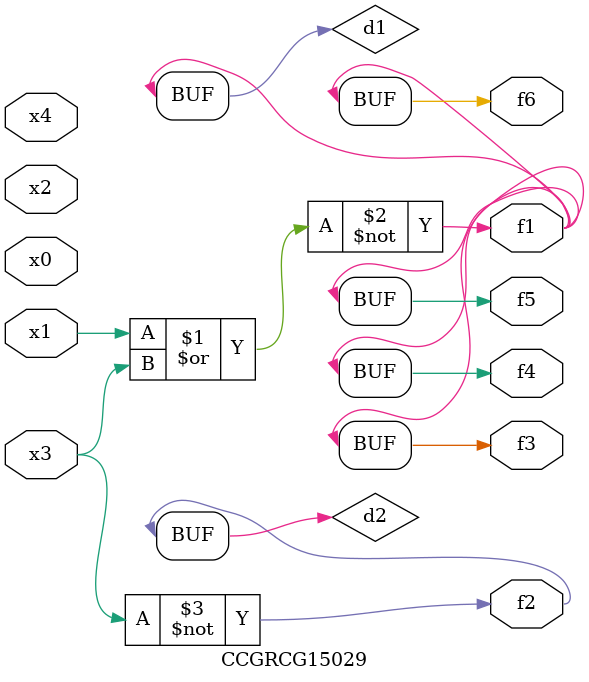
<source format=v>
module CCGRCG15029(
	input x0, x1, x2, x3, x4,
	output f1, f2, f3, f4, f5, f6
);

	wire d1, d2;

	nor (d1, x1, x3);
	not (d2, x3);
	assign f1 = d1;
	assign f2 = d2;
	assign f3 = d1;
	assign f4 = d1;
	assign f5 = d1;
	assign f6 = d1;
endmodule

</source>
